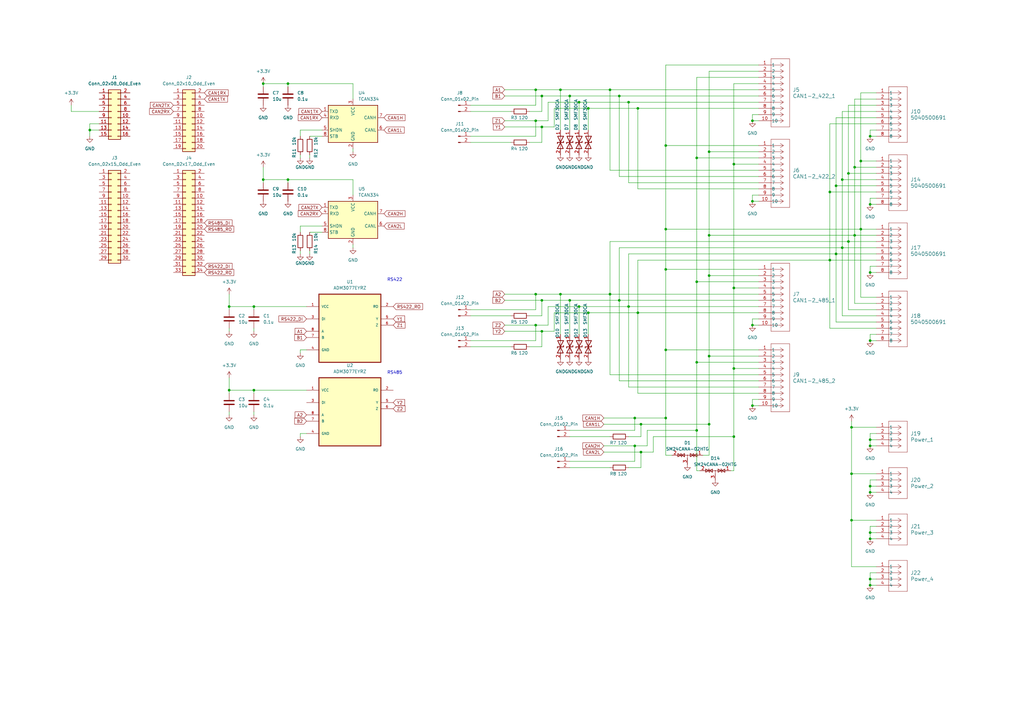
<source format=kicad_sch>
(kicad_sch (version 20230121) (generator eeschema)
  (paper "A3")
  (lib_symbols
    (symbol "Connector:Conn_01x02_Pin" (pin_names (offset 1.016) hide)
      (property "Reference" "J" (at 0 2.54 0))
      (property "Value" "Conn_01x02_Pin" (at 0 -5.08 0))
      (symbol "Conn_01x02_Pin_1_1"
        (pin passive line (at 5.08 0 180) (length 3.81) (name "Pin_1") (number "1"))
        (pin passive line (at 5.08 -2.54 180) (length 3.81) (name "Pin_2") (number "2"))
      )
    )
    (symbol "Connector_Generic:Conn_02x08_Odd_Even" (pin_names (offset 1.016) hide)
      (property "Reference" "J" (at 1.27 10.16 0))
      (property "Value" "Conn_02x08_Odd_Even" (at 1.27 -12.7 0))
      (symbol "Conn_02x08_Odd_Even_1_1"
        (pin passive line (at -5.08 7.62 0) (length 3.81) (name "Pin_1") (number "1"))
        (pin passive line (at 7.62 -2.54 180) (length 3.81) (name "Pin_10") (number "10"))
        (pin passive line (at -5.08 -5.08 0) (length 3.81) (name "Pin_11") (number "11"))
        (pin passive line (at 7.62 -5.08 180) (length 3.81) (name "Pin_12") (number "12"))
        (pin passive line (at -5.08 -7.62 0) (length 3.81) (name "Pin_13") (number "13"))
        (pin passive line (at 7.62 -7.62 180) (length 3.81) (name "Pin_14") (number "14"))
        (pin passive line (at -5.08 -10.16 0) (length 3.81) (name "Pin_15") (number "15"))
        (pin passive line (at 7.62 -10.16 180) (length 3.81) (name "Pin_16") (number "16"))
        (pin passive line (at 7.62 7.62 180) (length 3.81) (name "Pin_2") (number "2"))
        (pin passive line (at -5.08 5.08 0) (length 3.81) (name "Pin_3") (number "3"))
        (pin passive line (at 7.62 5.08 180) (length 3.81) (name "Pin_4") (number "4"))
        (pin passive line (at -5.08 2.54 0) (length 3.81) (name "Pin_5") (number "5"))
        (pin passive line (at 7.62 2.54 180) (length 3.81) (name "Pin_6") (number "6"))
        (pin passive line (at -5.08 0 0) (length 3.81) (name "Pin_7") (number "7"))
        (pin passive line (at 7.62 0 180) (length 3.81) (name "Pin_8") (number "8"))
        (pin passive line (at -5.08 -2.54 0) (length 3.81) (name "Pin_9") (number "9"))
      )
    )
    (symbol "Connector_Generic:Conn_02x10_Odd_Even" (pin_names (offset 1.016) hide)
      (property "Reference" "J" (at 1.27 12.7 0))
      (property "Value" "Conn_02x10_Odd_Even" (at 1.27 -15.24 0))
      (symbol "Conn_02x10_Odd_Even_1_1"
        (pin passive line (at -5.08 10.16 0) (length 3.81) (name "Pin_1") (number "1"))
        (pin passive line (at 7.62 0 180) (length 3.81) (name "Pin_10") (number "10"))
        (pin passive line (at -5.08 -2.54 0) (length 3.81) (name "Pin_11") (number "11"))
        (pin passive line (at 7.62 -2.54 180) (length 3.81) (name "Pin_12") (number "12"))
        (pin passive line (at -5.08 -5.08 0) (length 3.81) (name "Pin_13") (number "13"))
        (pin passive line (at 7.62 -5.08 180) (length 3.81) (name "Pin_14") (number "14"))
        (pin passive line (at -5.08 -7.62 0) (length 3.81) (name "Pin_15") (number "15"))
        (pin passive line (at 7.62 -7.62 180) (length 3.81) (name "Pin_16") (number "16"))
        (pin passive line (at -5.08 -10.16 0) (length 3.81) (name "Pin_17") (number "17"))
        (pin passive line (at 7.62 -10.16 180) (length 3.81) (name "Pin_18") (number "18"))
        (pin passive line (at -5.08 -12.7 0) (length 3.81) (name "Pin_19") (number "19"))
        (pin passive line (at 7.62 10.16 180) (length 3.81) (name "Pin_2") (number "2"))
        (pin passive line (at 7.62 -12.7 180) (length 3.81) (name "Pin_20") (number "20"))
        (pin passive line (at -5.08 7.62 0) (length 3.81) (name "Pin_3") (number "3"))
        (pin passive line (at 7.62 7.62 180) (length 3.81) (name "Pin_4") (number "4"))
        (pin passive line (at -5.08 5.08 0) (length 3.81) (name "Pin_5") (number "5"))
        (pin passive line (at 7.62 5.08 180) (length 3.81) (name "Pin_6") (number "6"))
        (pin passive line (at -5.08 2.54 0) (length 3.81) (name "Pin_7") (number "7"))
        (pin passive line (at 7.62 2.54 180) (length 3.81) (name "Pin_8") (number "8"))
        (pin passive line (at -5.08 0 0) (length 3.81) (name "Pin_9") (number "9"))
      )
    )
    (symbol "Connector_Generic:Conn_02x15_Odd_Even" (pin_names (offset 1.016) hide)
      (property "Reference" "J" (at 1.27 20.32 0))
      (property "Value" "Conn_02x15_Odd_Even" (at 1.27 -20.32 0))
      (symbol "Conn_02x15_Odd_Even_1_1"
        (pin passive line (at -5.08 17.78 0) (length 3.81) (name "Pin_1") (number "1"))
        (pin passive line (at 7.62 7.62 180) (length 3.81) (name "Pin_10") (number "10"))
        (pin passive line (at -5.08 5.08 0) (length 3.81) (name "Pin_11") (number "11"))
        (pin passive line (at 7.62 5.08 180) (length 3.81) (name "Pin_12") (number "12"))
        (pin passive line (at -5.08 2.54 0) (length 3.81) (name "Pin_13") (number "13"))
        (pin passive line (at 7.62 2.54 180) (length 3.81) (name "Pin_14") (number "14"))
        (pin passive line (at -5.08 0 0) (length 3.81) (name "Pin_15") (number "15"))
        (pin passive line (at 7.62 0 180) (length 3.81) (name "Pin_16") (number "16"))
        (pin passive line (at -5.08 -2.54 0) (length 3.81) (name "Pin_17") (number "17"))
        (pin passive line (at 7.62 -2.54 180) (length 3.81) (name "Pin_18") (number "18"))
        (pin passive line (at -5.08 -5.08 0) (length 3.81) (name "Pin_19") (number "19"))
        (pin passive line (at 7.62 17.78 180) (length 3.81) (name "Pin_2") (number "2"))
        (pin passive line (at 7.62 -5.08 180) (length 3.81) (name "Pin_20") (number "20"))
        (pin passive line (at -5.08 -7.62 0) (length 3.81) (name "Pin_21") (number "21"))
        (pin passive line (at 7.62 -7.62 180) (length 3.81) (name "Pin_22") (number "22"))
        (pin passive line (at -5.08 -10.16 0) (length 3.81) (name "Pin_23") (number "23"))
        (pin passive line (at 7.62 -10.16 180) (length 3.81) (name "Pin_24") (number "24"))
        (pin passive line (at -5.08 -12.7 0) (length 3.81) (name "Pin_25") (number "25"))
        (pin passive line (at 7.62 -12.7 180) (length 3.81) (name "Pin_26") (number "26"))
        (pin passive line (at -5.08 -15.24 0) (length 3.81) (name "Pin_27") (number "27"))
        (pin passive line (at 7.62 -15.24 180) (length 3.81) (name "Pin_28") (number "28"))
        (pin passive line (at -5.08 -17.78 0) (length 3.81) (name "Pin_29") (number "29"))
        (pin passive line (at -5.08 15.24 0) (length 3.81) (name "Pin_3") (number "3"))
        (pin passive line (at 7.62 -17.78 180) (length 3.81) (name "Pin_30") (number "30"))
        (pin passive line (at 7.62 15.24 180) (length 3.81) (name "Pin_4") (number "4"))
        (pin passive line (at -5.08 12.7 0) (length 3.81) (name "Pin_5") (number "5"))
        (pin passive line (at 7.62 12.7 180) (length 3.81) (name "Pin_6") (number "6"))
        (pin passive line (at -5.08 10.16 0) (length 3.81) (name "Pin_7") (number "7"))
        (pin passive line (at 7.62 10.16 180) (length 3.81) (name "Pin_8") (number "8"))
        (pin passive line (at -5.08 7.62 0) (length 3.81) (name "Pin_9") (number "9"))
      )
    )
    (symbol "Connector_Generic:Conn_02x17_Odd_Even" (pin_names (offset 1.016) hide)
      (property "Reference" "J" (at 1.27 22.86 0))
      (property "Value" "Conn_02x17_Odd_Even" (at 1.27 -22.86 0))
      (symbol "Conn_02x17_Odd_Even_1_1"
        (pin passive line (at -5.08 20.32 0) (length 3.81) (name "Pin_1") (number "1"))
        (pin passive line (at 7.62 10.16 180) (length 3.81) (name "Pin_10") (number "10"))
        (pin passive line (at -5.08 7.62 0) (length 3.81) (name "Pin_11") (number "11"))
        (pin passive line (at 7.62 7.62 180) (length 3.81) (name "Pin_12") (number "12"))
        (pin passive line (at -5.08 5.08 0) (length 3.81) (name "Pin_13") (number "13"))
        (pin passive line (at 7.62 5.08 180) (length 3.81) (name "Pin_14") (number "14"))
        (pin passive line (at -5.08 2.54 0) (length 3.81) (name "Pin_15") (number "15"))
        (pin passive line (at 7.62 2.54 180) (length 3.81) (name "Pin_16") (number "16"))
        (pin passive line (at -5.08 0 0) (length 3.81) (name "Pin_17") (number "17"))
        (pin passive line (at 7.62 0 180) (length 3.81) (name "Pin_18") (number "18"))
        (pin passive line (at -5.08 -2.54 0) (length 3.81) (name "Pin_19") (number "19"))
        (pin passive line (at 7.62 20.32 180) (length 3.81) (name "Pin_2") (number "2"))
        (pin passive line (at 7.62 -2.54 180) (length 3.81) (name "Pin_20") (number "20"))
        (pin passive line (at -5.08 -5.08 0) (length 3.81) (name "Pin_21") (number "21"))
        (pin passive line (at 7.62 -5.08 180) (length 3.81) (name "Pin_22") (number "22"))
        (pin passive line (at -5.08 -7.62 0) (length 3.81) (name "Pin_23") (number "23"))
        (pin passive line (at 7.62 -7.62 180) (length 3.81) (name "Pin_24") (number "24"))
        (pin passive line (at -5.08 -10.16 0) (length 3.81) (name "Pin_25") (number "25"))
        (pin passive line (at 7.62 -10.16 180) (length 3.81) (name "Pin_26") (number "26"))
        (pin passive line (at -5.08 -12.7 0) (length 3.81) (name "Pin_27") (number "27"))
        (pin passive line (at 7.62 -12.7 180) (length 3.81) (name "Pin_28") (number "28"))
        (pin passive line (at -5.08 -15.24 0) (length 3.81) (name "Pin_29") (number "29"))
        (pin passive line (at -5.08 17.78 0) (length 3.81) (name "Pin_3") (number "3"))
        (pin passive line (at 7.62 -15.24 180) (length 3.81) (name "Pin_30") (number "30"))
        (pin passive line (at -5.08 -17.78 0) (length 3.81) (name "Pin_31") (number "31"))
        (pin passive line (at 7.62 -17.78 180) (length 3.81) (name "Pin_32") (number "32"))
        (pin passive line (at -5.08 -20.32 0) (length 3.81) (name "Pin_33") (number "33"))
        (pin passive line (at 7.62 -20.32 180) (length 3.81) (name "Pin_34") (number "34"))
        (pin passive line (at 7.62 17.78 180) (length 3.81) (name "Pin_4") (number "4"))
        (pin passive line (at -5.08 15.24 0) (length 3.81) (name "Pin_5") (number "5"))
        (pin passive line (at 7.62 15.24 180) (length 3.81) (name "Pin_6") (number "6"))
        (pin passive line (at -5.08 12.7 0) (length 3.81) (name "Pin_7") (number "7"))
        (pin passive line (at 7.62 12.7 180) (length 3.81) (name "Pin_8") (number "8"))
        (pin passive line (at -5.08 10.16 0) (length 3.81) (name "Pin_9") (number "9"))
      )
    )
    (symbol "Device:C" (pin_numbers hide) (pin_names (offset 0.254))
      (property "Reference" "C" (at 0.635 2.54 0))
      (property "Value" "C" (at 0.635 -2.54 0))
      (symbol "C_1_1"
        (pin passive line (at 0 3.81 270) (length 2.794) (name "~") (number "1"))
        (pin passive line (at 0 -3.81 90) (length 2.794) (name "~") (number "2"))
      )
    )
    (symbol "Device:R" (pin_numbers hide) (pin_names (offset 0))
      (property "Reference" "R" (at 2.032 0 90))
      (property "Value" "R" (at 0 0 90))
      (symbol "R_1_1"
        (pin passive line (at 0 3.81 270) (length 1.27) (name "~") (number "1"))
        (pin passive line (at 0 -3.81 90) (length 1.27) (name "~") (number "2"))
      )
    )
    (symbol "Interface_CAN_LIN:TCAN334"
      (property "Reference" "U" (at -10.16 8.89 0))
      (property "Value" "TCAN334" (at 2.54 8.89 0))
      (symbol "TCAN334_1_1"
        (pin input line (at -12.7 5.08 0) (length 2.54) (name "TXD") (number "1"))
        (pin power_in line (at 0 -10.16 90) (length 2.54) (name "GND") (number "2"))
        (pin power_in line (at 0 10.16 270) (length 2.54) (name "VCC") (number "3"))
        (pin tri_state line (at -12.7 2.54 0) (length 2.54) (name "RXD") (number "4"))
        (pin input line (at -12.7 -2.54 0) (length 2.54) (name "SHDN") (number "5"))
        (pin bidirectional line (at 12.7 -2.54 180) (length 2.54) (name "CANL") (number "6"))
        (pin bidirectional line (at 12.7 2.54 180) (length 2.54) (name "CANH") (number "7"))
        (pin input line (at -12.7 -5.08 0) (length 2.54) (name "STB") (number "8"))
      )
    )
    (symbol "MolexPicoLock:5040500291" (pin_names (offset 0.254))
      (property "Reference" "J" (at 8.89 6.35 0))
      (property "Value" "5040500291" (at 0 0 0))
      (symbol "5040500291_1_1"
        (pin unspecified line (at 0 0 0) (length 5.08) (name "1") (number "1"))
        (pin unspecified line (at 0 -2.54 0) (length 5.08) (name "2") (number "2"))
        (pin unspecified line (at 0 -5.08 0) (length 5.08) (name "3") (number "3"))
        (pin unspecified line (at 0 -7.62 0) (length 5.08) (name "4") (number "4"))
      )
      (symbol "5040500291_1_2"
        (pin unspecified line (at 0 0 0) (length 5.08) (name "1") (number "1"))
        (pin unspecified line (at 0 -2.54 0) (length 5.08) (name "2") (number "2"))
        (pin unspecified line (at 0 -5.08 0) (length 5.08) (name "3") (number "3"))
        (pin unspecified line (at 0 -7.62 0) (length 5.08) (name "4") (number "4"))
      )
    )
    (symbol "MolexPicoLock:5040500691" (pin_names (offset 0.254))
      (property "Reference" "J" (at 8.89 6.35 0))
      (property "Value" "5040500691" (at 0 0 0))
      (symbol "5040500691_1_1"
        (pin unspecified line (at 0 0 0) (length 5.08) (name "1") (number "1"))
        (pin unspecified line (at 0 -2.54 0) (length 5.08) (name "2") (number "2"))
        (pin unspecified line (at 0 -5.08 0) (length 5.08) (name "3") (number "3"))
        (pin unspecified line (at 0 -7.62 0) (length 5.08) (name "4") (number "4"))
        (pin unspecified line (at 0 -10.16 0) (length 5.08) (name "5") (number "5"))
        (pin unspecified line (at 0 -12.7 0) (length 5.08) (name "6") (number "6"))
        (pin unspecified line (at 0 -15.24 0) (length 5.08) (name "7") (number "7"))
        (pin unspecified line (at 0 -17.78 0) (length 5.08) (name "8") (number "8"))
      )
      (symbol "5040500691_1_2"
        (pin unspecified line (at 0 0 0) (length 5.08) (name "1") (number "1"))
        (pin unspecified line (at 0 -2.54 0) (length 5.08) (name "2") (number "2"))
        (pin unspecified line (at 0 -5.08 0) (length 5.08) (name "3") (number "3"))
        (pin unspecified line (at 0 -7.62 0) (length 5.08) (name "4") (number "4"))
        (pin unspecified line (at 0 -10.16 0) (length 5.08) (name "5") (number "5"))
        (pin unspecified line (at 0 -12.7 0) (length 5.08) (name "6") (number "6"))
        (pin unspecified line (at 0 -15.24 0) (length 5.08) (name "7") (number "7"))
        (pin unspecified line (at 0 -17.78 0) (length 5.08) (name "8") (number "8"))
      )
    )
    (symbol "MolexPicoLock:5040500891" (pin_names (offset 0.254))
      (property "Reference" "J" (at 8.89 6.35 0))
      (property "Value" "5040500891" (at 0 0 0))
      (symbol "5040500891_1_1"
        (pin unspecified line (at 0 0 0) (length 5.08) (name "1") (number "1"))
        (pin unspecified line (at 0 -22.86 0) (length 5.08) (name "10") (number "10"))
        (pin unspecified line (at 0 -2.54 0) (length 5.08) (name "2") (number "2"))
        (pin unspecified line (at 0 -5.08 0) (length 5.08) (name "3") (number "3"))
        (pin unspecified line (at 0 -7.62 0) (length 5.08) (name "4") (number "4"))
        (pin unspecified line (at 0 -10.16 0) (length 5.08) (name "5") (number "5"))
        (pin unspecified line (at 0 -12.7 0) (length 5.08) (name "6") (number "6"))
        (pin unspecified line (at 0 -15.24 0) (length 5.08) (name "7") (number "7"))
        (pin unspecified line (at 0 -17.78 0) (length 5.08) (name "8") (number "8"))
        (pin unspecified line (at 0 -20.32 0) (length 5.08) (name "9") (number "9"))
      )
      (symbol "5040500891_1_2"
        (pin unspecified line (at 0 0 0) (length 5.08) (name "1") (number "1"))
        (pin unspecified line (at 0 -22.86 0) (length 5.08) (name "10") (number "10"))
        (pin unspecified line (at 0 -2.54 0) (length 5.08) (name "2") (number "2"))
        (pin unspecified line (at 0 -5.08 0) (length 5.08) (name "3") (number "3"))
        (pin unspecified line (at 0 -7.62 0) (length 5.08) (name "4") (number "4"))
        (pin unspecified line (at 0 -10.16 0) (length 5.08) (name "5") (number "5"))
        (pin unspecified line (at 0 -12.7 0) (length 5.08) (name "6") (number "6"))
        (pin unspecified line (at 0 -15.24 0) (length 5.08) (name "7") (number "7"))
        (pin unspecified line (at 0 -17.78 0) (length 5.08) (name "8") (number "8"))
        (pin unspecified line (at 0 -20.32 0) (length 5.08) (name "9") (number "9"))
      )
    )
    (symbol "RS422_RS485:ADM3077EYRZ" (pin_names (offset 1.016))
      (property "Reference" "U" (at -4.7821 12.1842 0))
      (property "Value" "ADM3077EYRZ" (at -5.9852 -21.0628 0))
      (symbol "ADM3077EYRZ_0_0"
        (pin power_in line (at -17.78 5.08 0) (length 5.08) (name "VCC") (number "1"))
        (pin output line (at 17.78 5.08 180) (length 5.08) (name "RO") (number "2"))
        (pin input line (at -17.78 0 0) (length 5.08) (name "DI") (number "3"))
        (pin passive line (at -17.78 -12.7 0) (length 5.08) (name "GND") (number "4"))
        (pin output line (at 17.78 0 180) (length 5.08) (name "Y") (number "5"))
        (pin output line (at 17.78 -2.54 180) (length 5.08) (name "Z") (number "6"))
        (pin input line (at -17.78 -7.62 0) (length 5.08) (name "B") (number "7"))
        (pin input line (at -17.78 -5.08 0) (length 5.08) (name "A") (number "8"))
      )
    )
    (symbol "TVSdiode:SM24CANA-02HTG"
      (property "Reference" "D" (at 0 0 0))
      (property "Value" "SM24CANA-02HTG" (at 0 -2.286 0))
      (symbol "SM24CANA-02HTG_1_1"
        (pin unspecified line (at 6.35 -6.35 180) (length 2.54) (name "") (number "1"))
        (pin unspecified line (at -6.35 -6.35 0) (length 2.54) (name "") (number "2"))
        (pin unspecified line (at 0 -10.16 90) (length 2.54) (name "") (number "3"))
      )
    )
    (symbol "TVSdiode:SMF30CA"
      (property "Reference" "D" (at 0 0 0))
      (property "Value" "SMF30CA" (at 0 -2.54 0))
      (symbol "SMF30CA_1_1"
        (pin unspecified line (at 5.08 -6.35 180) (length 2.54) (name "") (number "1"))
        (pin unspecified line (at -5.08 -6.35 0) (length 2.54) (name "") (number "2"))
      )
    )
    (symbol "power:+3.3V" (power) (pin_names (offset 0))
      (property "Value" "+3.3V" (at 0 3.556 0))
      (symbol "+3.3V_1_1"
        (pin power_in line (at 0 0 90) (length 0) hide (name "+3.3V") (number "1"))
      )
    )
    (symbol "power:GND" (power) (pin_names (offset 0))
      (property "Value" "GND" (at 0 -3.81 0))
      (symbol "GND_1_1"
        (pin power_in line (at 0 0 270) (length 0) hide (name "GND") (number "1"))
      )
    )
  )
  (junction (at 222.25 39.37))
  (junction (at 353.06 66.04))
  (junction (at 300.99 179.07))
  (junction (at 342.9 104.14))
  (junction (at 229.87 120.65))
  (junction (at 285.75 176.53))
  (junction (at 233.68 123.19))
  (junction (at 260.35 171.45))
  (junction (at 233.68 39.37))
  (junction (at 300.99 151.13))
  (junction (at 290.83 113.03))
  (junction (at 222.25 123.19))
  (junction (at 261.62 44.45))
  (junction (at 345.44 73.66))
  (junction (at 347.98 71.12))
  (junction (at 356.87 182.88))
  (junction (at 356.87 199.39))
  (junction (at 262.89 173.99))
  (junction (at 118.11 73.66))
  (junction (at 356.87 111.76))
  (junction (at 93.98 160.02))
  (junction (at 273.05 59.69))
  (junction (at 340.36 78.74))
  (junction (at 219.71 36.83))
  (junction (at 350.52 96.52))
  (junction (at 356.87 237.49))
  (junction (at 285.75 64.77))
  (junction (at 349.25 213.36))
  (junction (at 237.49 125.73))
  (junction (at 104.14 125.73))
  (junction (at 222.25 135.89))
  (junction (at 290.83 62.23))
  (junction (at 254 123.19))
  (junction (at 308.61 82.55))
  (junction (at 356.87 55.88))
  (junction (at 347.98 99.06))
  (junction (at 273.05 93.98))
  (junction (at 219.71 120.65))
  (junction (at 107.95 73.66))
  (junction (at 353.06 93.98))
  (junction (at 118.11 34.29))
  (junction (at 222.25 52.07))
  (junction (at 356.87 180.34))
  (junction (at 250.19 36.83))
  (junction (at 241.3 128.27))
  (junction (at 345.44 101.6))
  (junction (at 308.61 49.53))
  (junction (at 356.87 201.93))
  (junction (at 308.61 166.37))
  (junction (at 36.83 53.34))
  (junction (at 262.89 185.42))
  (junction (at 290.83 146.05))
  (junction (at 285.75 148.59))
  (junction (at 273.05 110.49))
  (junction (at 356.87 83.82))
  (junction (at 290.83 96.52))
  (junction (at 356.87 220.98))
  (junction (at 219.71 133.35))
  (junction (at 250.19 120.65))
  (junction (at 273.05 143.51))
  (junction (at 219.71 49.53))
  (junction (at 308.61 133.35))
  (junction (at 356.87 240.03))
  (junction (at 349.25 194.31))
  (junction (at 241.3 44.45))
  (junction (at 342.9 76.2))
  (junction (at 300.99 67.31))
  (junction (at 340.36 106.68))
  (junction (at 257.81 125.73))
  (junction (at 107.95 34.29))
  (junction (at 104.14 160.02))
  (junction (at 356.87 218.44))
  (junction (at 300.99 118.11))
  (junction (at 356.87 139.7))
  (junction (at 273.05 171.45))
  (junction (at 261.62 128.27))
  (junction (at 254 39.37))
  (junction (at 290.83 173.99))
  (junction (at 285.75 115.57))
  (junction (at 93.98 125.73))
  (junction (at 350.52 68.58))
  (junction (at 257.81 41.91))
  (junction (at 260.35 182.88))
  (junction (at 229.87 36.83))
  (junction (at 237.49 41.91))
  (junction (at 349.25 175.26))
  (wire (pts (xy 257.81 41.91) (xy 257.81 74.93)))
  (wire (pts (xy 193.04 55.88) (xy 219.71 55.88)))
  (wire (pts (xy 254 123.19) (xy 254 156.21)))
  (wire (pts (xy 233.68 179.07) (xy 250.19 179.07)))
  (wire (pts (xy 207.01 133.35) (xy 219.71 133.35)))
  (wire (pts (xy 29.21 45.72) (xy 29.21 43.18)))
  (wire (pts (xy 207.01 123.19) (xy 222.25 123.19)))
  (wire (pts (xy 250.19 36.83) (xy 250.19 69.85)))
  (wire (pts (xy 233.68 123.19) (xy 233.68 137.16)))
  (wire (pts (xy 254 39.37) (xy 254 72.39)))
  (wire (pts (xy 250.19 99.06) (xy 250.19 120.65)))
  (wire (pts (xy 311.15 118.11) (xy 300.99 118.11)))
  (wire (pts (xy 123.19 92.71) (xy 132.08 92.71)))
  (wire (pts (xy 233.68 176.53) (xy 260.35 176.53)))
  (wire (pts (xy 359.41 73.66) (xy 345.44 73.66)))
  (wire (pts (xy 353.06 121.92) (xy 353.06 93.98)))
  (wire (pts (xy 127 104.14) (xy 127 102.87)))
  (wire (pts (xy 311.15 26.67) (xy 273.05 26.67)))
  (wire (pts (xy 222.25 52.07) (xy 227.33 52.07)))
  (wire (pts (xy 300.99 151.13) (xy 300.99 179.07)))
  (wire (pts (xy 144.78 101.6) (xy 144.78 100.33)))
  (wire (pts (xy 118.11 73.66) (xy 144.78 73.66)))
  (wire (pts (xy 311.15 80.01) (xy 308.61 80.01)))
  (wire (pts (xy 267.97 179.07) (xy 300.99 179.07)))
  (wire (pts (xy 262.89 185.42) (xy 262.89 191.77)))
  (wire (pts (xy 233.68 189.23) (xy 260.35 189.23)))
  (wire (pts (xy 349.25 213.36) (xy 349.25 194.31)))
  (wire (pts (xy 261.62 44.45) (xy 261.62 77.47)))
  (wire (pts (xy 107.95 73.66) (xy 107.95 68.58)))
  (wire (pts (xy 193.04 129.54) (xy 209.55 129.54)))
  (wire (pts (xy 241.3 44.45) (xy 261.62 44.45)))
  (wire (pts (xy 233.68 191.77) (xy 250.19 191.77)))
  (wire (pts (xy 107.95 35.56) (xy 107.95 34.29)))
  (wire (pts (xy 356.87 55.88) (xy 359.41 55.88)))
  (wire (pts (xy 254 101.6) (xy 345.44 101.6)))
  (wire (pts (xy 285.75 193.04) (xy 285.75 176.53)))
  (wire (pts (xy 104.14 135.89) (xy 104.14 134.62)))
  (wire (pts (xy 193.04 58.42) (xy 209.55 58.42)))
  (wire (pts (xy 359.41 194.31) (xy 349.25 194.31)))
  (wire (pts (xy 359.41 215.9) (xy 356.87 215.9)))
  (wire (pts (xy 356.87 234.95) (xy 356.87 237.49)))
  (wire (pts (xy 359.41 134.62) (xy 340.36 134.62)))
  (wire (pts (xy 118.11 34.29) (xy 118.11 35.56)))
  (wire (pts (xy 123.19 104.14) (xy 123.19 102.87)))
  (wire (pts (xy 261.62 161.29) (xy 311.15 161.29)))
  (wire (pts (xy 345.44 45.72) (xy 345.44 73.66)))
  (wire (pts (xy 340.36 134.62) (xy 340.36 106.68)))
  (wire (pts (xy 93.98 160.02) (xy 104.14 160.02)))
  (wire (pts (xy 340.36 50.8) (xy 340.36 78.74)))
  (wire (pts (xy 359.41 48.26) (xy 342.9 48.26)))
  (wire (pts (xy 347.98 127) (xy 347.98 99.06)))
  (wire (pts (xy 247.65 173.99) (xy 262.89 173.99)))
  (wire (pts (xy 311.15 64.77) (xy 285.75 64.77)))
  (wire (pts (xy 287.02 193.04) (xy 285.75 193.04)))
  (wire (pts (xy 350.52 96.52) (xy 350.52 124.46)))
  (wire (pts (xy 217.17 142.24) (xy 222.25 142.24)))
  (wire (pts (xy 273.05 26.67) (xy 273.05 59.69)))
  (wire (pts (xy 222.25 123.19) (xy 233.68 123.19)))
  (wire (pts (xy 217.17 45.72) (xy 222.25 45.72)))
  (wire (pts (xy 342.9 76.2) (xy 342.9 104.14)))
  (wire (pts (xy 311.15 130.81) (xy 308.61 130.81)))
  (wire (pts (xy 127 64.77) (xy 127 63.5)))
  (wire (pts (xy 257.81 158.75) (xy 311.15 158.75)))
  (wire (pts (xy 311.15 148.59) (xy 285.75 148.59)))
  (wire (pts (xy 356.87 240.03) (xy 359.41 240.03)))
  (wire (pts (xy 353.06 93.98) (xy 359.41 93.98)))
  (wire (pts (xy 193.04 127) (xy 219.71 127)))
  (wire (pts (xy 222.25 142.24) (xy 222.25 135.89)))
  (wire (pts (xy 40.64 50.8) (xy 36.83 50.8)))
  (wire (pts (xy 353.06 38.1) (xy 359.41 38.1)))
  (wire (pts (xy 207.01 36.83) (xy 219.71 36.83)))
  (wire (pts (xy 311.15 113.03) (xy 290.83 113.03)))
  (wire (pts (xy 356.87 137.16) (xy 356.87 139.7)))
  (wire (pts (xy 193.04 45.72) (xy 209.55 45.72)))
  (wire (pts (xy 350.52 40.64) (xy 350.52 68.58)))
  (wire (pts (xy 359.41 137.16) (xy 356.87 137.16)))
  (wire (pts (xy 342.9 132.08) (xy 342.9 104.14)))
  (wire (pts (xy 123.19 95.25) (xy 123.19 92.71)))
  (wire (pts (xy 290.83 62.23) (xy 290.83 96.52)))
  (wire (pts (xy 308.61 49.53) (xy 311.15 49.53)))
  (wire (pts (xy 219.71 55.88) (xy 219.71 49.53)))
  (wire (pts (xy 265.43 176.53) (xy 265.43 182.88)))
  (wire (pts (xy 257.81 74.93) (xy 311.15 74.93)))
  (wire (pts (xy 311.15 146.05) (xy 290.83 146.05)))
  (wire (pts (xy 311.15 39.37) (xy 254 39.37)))
  (wire (pts (xy 359.41 199.39) (xy 356.87 199.39)))
  (wire (pts (xy 107.95 74.93) (xy 107.95 73.66)))
  (wire (pts (xy 257.81 179.07) (xy 262.89 179.07)))
  (wire (pts (xy 123.19 179.07) (xy 123.19 177.8)))
  (wire (pts (xy 207.01 49.53) (xy 219.71 49.53)))
  (wire (pts (xy 285.75 31.75) (xy 285.75 64.77)))
  (wire (pts (xy 123.19 64.77) (xy 123.19 63.5)))
  (wire (pts (xy 311.15 31.75) (xy 285.75 31.75)))
  (wire (pts (xy 260.35 182.88) (xy 265.43 182.88)))
  (wire (pts (xy 241.3 128.27) (xy 227.33 128.27)))
  (wire (pts (xy 350.52 96.52) (xy 359.41 96.52)))
  (wire (pts (xy 40.64 53.34) (xy 36.83 53.34)))
  (wire (pts (xy 347.98 99.06) (xy 359.41 99.06)))
  (wire (pts (xy 311.15 125.73) (xy 257.81 125.73)))
  (wire (pts (xy 359.41 109.22) (xy 356.87 109.22)))
  (wire (pts (xy 222.25 58.42) (xy 222.25 52.07)))
  (wire (pts (xy 273.05 93.98) (xy 353.06 93.98)))
  (wire (pts (xy 262.89 179.07) (xy 262.89 173.99)))
  (wire (pts (xy 359.41 196.85) (xy 356.87 196.85)))
  (wire (pts (xy 250.19 120.65) (xy 311.15 120.65)))
  (wire (pts (xy 229.87 36.83) (xy 250.19 36.83)))
  (wire (pts (xy 311.15 67.31) (xy 300.99 67.31)))
  (wire (pts (xy 356.87 180.34) (xy 356.87 182.88)))
  (wire (pts (xy 308.61 163.83) (xy 308.61 166.37)))
  (wire (pts (xy 254 72.39) (xy 311.15 72.39)))
  (wire (pts (xy 250.19 120.65) (xy 250.19 153.67)))
  (wire (pts (xy 104.14 160.02) (xy 125.73 160.02)))
  (wire (pts (xy 290.83 113.03) (xy 290.83 146.05)))
  (wire (pts (xy 222.25 135.89) (xy 227.33 135.89)))
  (wire (pts (xy 127 95.25) (xy 132.08 95.25)))
  (wire (pts (xy 356.87 139.7) (xy 359.41 139.7)))
  (wire (pts (xy 356.87 196.85) (xy 356.87 199.39)))
  (wire (pts (xy 359.41 50.8) (xy 340.36 50.8)))
  (wire (pts (xy 260.35 176.53) (xy 260.35 171.45)))
  (wire (pts (xy 104.14 160.02) (xy 104.14 161.29)))
  (wire (pts (xy 241.3 128.27) (xy 261.62 128.27)))
  (wire (pts (xy 273.05 143.51) (xy 273.05 171.45)))
  (wire (pts (xy 349.25 172.72) (xy 349.25 175.26)))
  (wire (pts (xy 359.41 68.58) (xy 350.52 68.58)))
  (wire (pts (xy 219.71 120.65) (xy 229.87 120.65)))
  (wire (pts (xy 257.81 125.73) (xy 257.81 158.75)))
  (wire (pts (xy 207.01 135.89) (xy 222.25 135.89)))
  (wire (pts (xy 250.19 99.06) (xy 347.98 99.06)))
  (wire (pts (xy 340.36 106.68) (xy 359.41 106.68)))
  (wire (pts (xy 247.65 182.88) (xy 260.35 182.88)))
  (wire (pts (xy 356.87 83.82) (xy 359.41 83.82)))
  (wire (pts (xy 311.15 29.21) (xy 290.83 29.21)))
  (wire (pts (xy 40.64 45.72) (xy 29.21 45.72)))
  (wire (pts (xy 308.61 133.35) (xy 311.15 133.35)))
  (wire (pts (xy 118.11 34.29) (xy 144.78 34.29)))
  (wire (pts (xy 345.44 73.66) (xy 345.44 101.6)))
  (wire (pts (xy 247.65 185.42) (xy 262.89 185.42)))
  (wire (pts (xy 300.99 34.29) (xy 300.99 67.31)))
  (wire (pts (xy 229.87 120.65) (xy 250.19 120.65)))
  (wire (pts (xy 285.75 148.59) (xy 285.75 176.53)))
  (wire (pts (xy 227.33 44.45) (xy 227.33 52.07)))
  (wire (pts (xy 219.71 49.53) (xy 224.79 49.53)))
  (wire (pts (xy 311.15 115.57) (xy 285.75 115.57)))
  (wire (pts (xy 349.25 175.26) (xy 349.25 194.31)))
  (wire (pts (xy 359.41 71.12) (xy 347.98 71.12)))
  (wire (pts (xy 260.35 171.45) (xy 273.05 171.45)))
  (wire (pts (xy 353.06 93.98) (xy 353.06 66.04)))
  (wire (pts (xy 219.71 43.18) (xy 219.71 36.83)))
  (wire (pts (xy 311.15 163.83) (xy 308.61 163.83)))
  (wire (pts (xy 250.19 153.67) (xy 311.15 153.67)))
  (wire (pts (xy 308.61 46.99) (xy 308.61 49.53)))
  (wire (pts (xy 290.83 29.21) (xy 290.83 62.23)))
  (wire (pts (xy 224.79 125.73) (xy 224.79 133.35)))
  (wire (pts (xy 300.99 67.31) (xy 300.99 118.11)))
  (wire (pts (xy 193.04 142.24) (xy 209.55 142.24)))
  (wire (pts (xy 123.19 144.78) (xy 123.19 143.51)))
  (wire (pts (xy 356.87 201.93) (xy 359.41 201.93)))
  (wire (pts (xy 93.98 125.73) (xy 104.14 125.73)))
  (wire (pts (xy 262.89 185.42) (xy 267.97 185.42)))
  (wire (pts (xy 308.61 82.55) (xy 311.15 82.55)))
  (wire (pts (xy 359.41 45.72) (xy 345.44 45.72)))
  (wire (pts (xy 300.99 118.11) (xy 300.99 151.13)))
  (wire (pts (xy 359.41 232.41) (xy 349.25 232.41)))
  (wire (pts (xy 359.41 237.49) (xy 356.87 237.49)))
  (wire (pts (xy 219.71 139.7) (xy 219.71 133.35)))
  (wire (pts (xy 308.61 80.01) (xy 308.61 82.55)))
  (wire (pts (xy 290.83 146.05) (xy 290.83 173.99)))
  (wire (pts (xy 273.05 59.69) (xy 273.05 93.98)))
  (wire (pts (xy 356.87 237.49) (xy 356.87 240.03)))
  (wire (pts (xy 237.49 41.91) (xy 257.81 41.91)))
  (wire (pts (xy 288.29 186.69) (xy 290.83 186.69)))
  (wire (pts (xy 93.98 125.73) (xy 93.98 120.65)))
  (wire (pts (xy 353.06 66.04) (xy 359.41 66.04)))
  (wire (pts (xy 345.44 101.6) (xy 359.41 101.6)))
  (wire (pts (xy 36.83 50.8) (xy 36.83 53.34)))
  (wire (pts (xy 237.49 125.73) (xy 224.79 125.73)))
  (wire (pts (xy 107.95 34.29) (xy 118.11 34.29)))
  (wire (pts (xy 247.65 171.45) (xy 260.35 171.45)))
  (wire (pts (xy 261.62 77.47) (xy 311.15 77.47)))
  (wire (pts (xy 285.75 115.57) (xy 285.75 148.59)))
  (wire (pts (xy 222.25 39.37) (xy 233.68 39.37)))
  (wire (pts (xy 118.11 73.66) (xy 118.11 74.93)))
  (wire (pts (xy 123.19 53.34) (xy 132.08 53.34)))
  (wire (pts (xy 356.87 215.9) (xy 356.87 218.44)))
  (wire (pts (xy 311.15 62.23) (xy 290.83 62.23)))
  (wire (pts (xy 93.98 161.29) (xy 93.98 160.02)))
  (wire (pts (xy 123.19 55.88) (xy 123.19 53.34)))
  (wire (pts (xy 233.68 39.37) (xy 254 39.37)))
  (wire (pts (xy 257.81 191.77) (xy 262.89 191.77)))
  (wire (pts (xy 260.35 189.23) (xy 260.35 182.88)))
  (wire (pts (xy 262.89 173.99) (xy 290.83 173.99)))
  (wire (pts (xy 342.9 104.14) (xy 359.41 104.14)))
  (wire (pts (xy 233.68 123.19) (xy 254 123.19)))
  (wire (pts (xy 241.3 44.45) (xy 241.3 53.34)))
  (wire (pts (xy 93.98 127) (xy 93.98 125.73)))
  (wire (pts (xy 311.15 151.13) (xy 300.99 151.13)))
  (wire (pts (xy 300.99 193.04) (xy 300.99 179.07)))
  (wire (pts (xy 217.17 58.42) (xy 222.25 58.42)))
  (wire (pts (xy 359.41 129.54) (xy 345.44 129.54)))
  (wire (pts (xy 273.05 110.49) (xy 311.15 110.49)))
  (wire (pts (xy 261.62 106.68) (xy 261.62 128.27)))
  (wire (pts (xy 359.41 180.34) (xy 356.87 180.34)))
  (wire (pts (xy 217.17 129.54) (xy 222.25 129.54)))
  (wire (pts (xy 254 156.21) (xy 311.15 156.21)))
  (wire (pts (xy 273.05 59.69) (xy 311.15 59.69)))
  (wire (pts (xy 356.87 220.98) (xy 359.41 220.98)))
  (wire (pts (xy 222.25 129.54) (xy 222.25 123.19)))
  (wire (pts (xy 273.05 110.49) (xy 273.05 143.51)))
  (wire (pts (xy 311.15 41.91) (xy 257.81 41.91)))
  (wire (pts (xy 356.87 199.39) (xy 356.87 201.93)))
  (wire (pts (xy 104.14 125.73) (xy 104.14 127)))
  (wire (pts (xy 311.15 34.29) (xy 300.99 34.29)))
  (wire (pts (xy 350.52 68.58) (xy 350.52 96.52)))
  (wire (pts (xy 359.41 127) (xy 347.98 127)))
  (wire (pts (xy 222.25 45.72) (xy 222.25 39.37)))
  (wire (pts (xy 36.83 53.34) (xy 36.83 55.88)))
  (wire (pts (xy 342.9 48.26) (xy 342.9 76.2)))
  (wire (pts (xy 342.9 104.14) (xy 257.81 104.14)))
  (wire (pts (xy 290.83 186.69) (xy 290.83 173.99)))
  (wire (pts (xy 299.72 193.04) (xy 300.99 193.04)))
  (wire (pts (xy 265.43 176.53) (xy 285.75 176.53)))
  (wire (pts (xy 237.49 41.91) (xy 224.79 41.91)))
  (wire (pts (xy 193.04 43.18) (xy 219.71 43.18)))
  (wire (pts (xy 104.14 170.18) (xy 104.14 168.91)))
  (wire (pts (xy 349.25 232.41) (xy 349.25 213.36)))
  (wire (pts (xy 273.05 93.98) (xy 273.05 110.49)))
  (wire (pts (xy 356.87 81.28) (xy 356.87 83.82)))
  (wire (pts (xy 285.75 64.77) (xy 285.75 115.57)))
  (wire (pts (xy 93.98 160.02) (xy 93.98 154.94)))
  (wire (pts (xy 144.78 73.66) (xy 144.78 80.01)))
  (wire (pts (xy 347.98 71.12) (xy 347.98 99.06)))
  (wire (pts (xy 241.3 128.27) (xy 241.3 137.16)))
  (wire (pts (xy 359.41 78.74) (xy 340.36 78.74)))
  (wire (pts (xy 356.87 182.88) (xy 359.41 182.88)))
  (wire (pts (xy 347.98 43.18) (xy 347.98 71.12)))
  (wire (pts (xy 93.98 170.18) (xy 93.98 168.91)))
  (wire (pts (xy 340.36 106.68) (xy 261.62 106.68)))
  (wire (pts (xy 359.41 132.08) (xy 342.9 132.08)))
  (wire (pts (xy 193.04 139.7) (xy 219.71 139.7)))
  (wire (pts (xy 359.41 53.34) (xy 356.87 53.34)))
  (wire (pts (xy 93.98 135.89) (xy 93.98 134.62)))
  (wire (pts (xy 144.78 62.23) (xy 144.78 60.96)))
  (wire (pts (xy 144.78 34.29) (xy 144.78 40.64)))
  (wire (pts (xy 207.01 52.07) (xy 222.25 52.07)))
  (wire (pts (xy 219.71 36.83) (xy 229.87 36.83)))
  (wire (pts (xy 207.01 39.37) (xy 222.25 39.37)))
  (wire (pts (xy 350.52 124.46) (xy 359.41 124.46)))
  (wire (pts (xy 349.25 175.26) (xy 359.41 175.26)))
  (wire (pts (xy 340.36 78.74) (xy 340.36 106.68)))
  (wire (pts (xy 273.05 143.51) (xy 311.15 143.51)))
  (wire (pts (xy 359.41 234.95) (xy 356.87 234.95)))
  (wire (pts (xy 227.33 128.27) (xy 227.33 135.89)))
  (wire (pts (xy 356.87 111.76) (xy 359.41 111.76)))
  (wire (pts (xy 127 55.88) (xy 132.08 55.88)))
  (wire (pts (xy 267.97 179.07) (xy 267.97 185.42)))
  (wire (pts (xy 356.87 53.34) (xy 356.87 55.88)))
  (wire (pts (xy 241.3 44.45) (xy 227.33 44.45)))
  (wire (pts (xy 237.49 41.91) (xy 237.49 53.34)))
  (wire (pts (xy 237.49 125.73) (xy 257.81 125.73)))
  (wire (pts (xy 345.44 129.54) (xy 345.44 101.6)))
  (wire (pts (xy 359.41 218.44) (xy 356.87 218.44)))
  (wire (pts (xy 356.87 109.22) (xy 356.87 111.76)))
  (wire (pts (xy 356.87 177.8) (xy 356.87 180.34)))
  (wire (pts (xy 123.19 143.51) (xy 125.73 143.51)))
  (wire (pts (xy 261.62 128.27) (xy 261.62 161.29)))
  (wire (pts (xy 257.81 104.14) (xy 257.81 125.73)))
  (wire (pts (xy 359.41 43.18) (xy 347.98 43.18)))
  (wire (pts (xy 273.05 171.45) (xy 273.05 186.69)))
  (wire (pts (xy 359.41 76.2) (xy 342.9 76.2)))
  (wire (pts (xy 104.14 125.73) (xy 125.73 125.73)))
  (wire (pts (xy 219.71 127) (xy 219.71 120.65)))
  (wire (pts (xy 356.87 218.44) (xy 356.87 220.98)))
  (wire (pts (xy 290.83 96.52) (xy 350.52 96.52)))
  (wire (pts (xy 233.68 39.37) (xy 233.68 53.34)))
  (wire (pts (xy 359.41 81.28) (xy 356.87 81.28)))
  (wire (pts (xy 359.41 40.64) (xy 350.52 40.64)))
  (wire (pts (xy 308.61 166.37) (xy 311.15 166.37)))
  (wire (pts (xy 311.15 123.19) (xy 254 123.19)))
  (wire (pts (xy 123.19 177.8) (xy 125.73 177.8)))
  (wire (pts (xy 229.87 36.83) (xy 229.87 53.34)))
  (wire (pts (xy 311.15 128.27) (xy 261.62 128.27)))
  (wire (pts (xy 207.01 120.65) (xy 219.71 120.65)))
  (wire (pts (xy 353.06 66.04) (xy 353.06 38.1)))
  (wire (pts (xy 359.41 213.36) (xy 349.25 213.36)))
  (wire (pts (xy 250.19 36.83) (xy 311.15 36.83)))
  (wire (pts (xy 359.41 177.8) (xy 356.87 177.8)))
  (wire (pts (xy 250.19 69.85) (xy 311.15 69.85)))
  (wire (pts (xy 359.41 121.92) (xy 353.06 121.92)))
  (wire (pts (xy 273.05 186.69) (xy 275.59 186.69)))
  (wire (pts (xy 254 101.6) (xy 254 123.19)))
  (wire (pts (xy 308.61 130.81) (xy 308.61 133.35)))
  (wire (pts (xy 311.15 46.99) (xy 308.61 46.99)))
  (wire (pts (xy 237.49 125.73) (xy 237.49 137.16)))
  (wire (pts (xy 290.83 96.52) (xy 290.83 113.03)))
  (wire (pts (xy 219.71 133.35) (xy 224.79 133.35)))
  (wire (pts (xy 311.15 44.45) (xy 261.62 44.45)))
  (wire (pts (xy 229.87 120.65) (xy 229.87 137.16)))
  (wire (pts (xy 224.79 41.91) (xy 224.79 49.53)))
  (wire (pts (xy 107.95 73.66) (xy 118.11 73.66)))
  (text "RS485" (at 158.75 153.67 0) (effects (font (size 1.27 1.27)) (justify left bottom)))
  (text "RS422\n" (at 158.75 115.57 0) (effects (font (size 1.27 1.27)) (justify left bottom)))
  (global_label "CAN2TX" (shape input) (at 132.08 85.09 180) (property "Intersheetrefs" "${INTERSHEET_REFS}" (effects hide)))
  (global_label "Y1" (shape input) (at 207.01 52.07 180) (property "Intersheetrefs" "${INTERSHEET_REFS}" (effects hide)))
  (global_label "CAN2L" (shape input) (at 247.65 185.42 180) (property "Intersheetrefs" "${INTERSHEET_REFS}" (effects hide)))
  (global_label "Y2" (shape input) (at 161.29 165.1 0) (property "Intersheetrefs" "${INTERSHEET_REFS}" (effects hide)))
  (global_label "B2" (shape input) (at 207.01 123.19 180) (property "Intersheetrefs" "${INTERSHEET_REFS}" (effects hide)))
  (global_label "A2" (shape input) (at 207.01 120.65 180) (property "Intersheetrefs" "${INTERSHEET_REFS}" (effects hide)))
  (global_label "RS422_RO" (shape input) (at 83.82 111.76 0) (property "Intersheetrefs" "${INTERSHEET_REFS}" (effects hide)))
  (global_label "B2" (shape input) (at 125.73 172.72 180) (property "Intersheetrefs" "${INTERSHEET_REFS}" (effects hide)))
  (global_label "CAN1H" (shape input) (at 157.48 48.26 0) (property "Intersheetrefs" "${INTERSHEET_REFS}" (effects hide)))
  (global_label "Z2" (shape input) (at 161.29 167.64 0) (property "Intersheetrefs" "${INTERSHEET_REFS}" (effects hide)))
  (global_label "CAN2H" (shape input) (at 247.65 182.88 180) (property "Intersheetrefs" "${INTERSHEET_REFS}" (effects hide)))
  (global_label "A1" (shape input) (at 125.73 135.89 180) (property "Intersheetrefs" "${INTERSHEET_REFS}" (effects hide)))
  (global_label "CAN2RX" (shape input) (at 71.12 45.72 180) (property "Intersheetrefs" "${INTERSHEET_REFS}" (effects hide)))
  (global_label "B1" (shape input) (at 207.01 39.37 180) (property "Intersheetrefs" "${INTERSHEET_REFS}" (effects hide)))
  (global_label "Y1" (shape input) (at 161.29 130.81 0) (property "Intersheetrefs" "${INTERSHEET_REFS}" (effects hide)))
  (global_label "Z1" (shape input) (at 161.29 133.35 0) (property "Intersheetrefs" "${INTERSHEET_REFS}" (effects hide)))
  (global_label "RS422_RO" (shape input) (at 161.29 125.73 0) (property "Intersheetrefs" "${INTERSHEET_REFS}" (effects hide)))
  (global_label "RS422_DI" (shape input) (at 83.82 109.22 0) (property "Intersheetrefs" "${INTERSHEET_REFS}" (effects hide)))
  (global_label "Z1" (shape input) (at 207.01 49.53 180) (property "Intersheetrefs" "${INTERSHEET_REFS}" (effects hide)))
  (global_label "CAN1TX" (shape input) (at 83.82 40.64 0) (property "Intersheetrefs" "${INTERSHEET_REFS}" (effects hide)))
  (global_label "Y2" (shape input) (at 207.01 135.89 180) (property "Intersheetrefs" "${INTERSHEET_REFS}" (effects hide)))
  (global_label "A2" (shape input) (at 125.73 170.18 180) (property "Intersheetrefs" "${INTERSHEET_REFS}" (effects hide)))
  (global_label "CAN1RX" (shape input) (at 83.82 38.1 0) (property "Intersheetrefs" "${INTERSHEET_REFS}" (effects hide)))
  (global_label "RS422_DI" (shape input) (at 125.73 130.81 180) (property "Intersheetrefs" "${INTERSHEET_REFS}" (effects hide)))
  (global_label "RS485_DI" (shape input) (at 83.82 91.44 0) (property "Intersheetrefs" "${INTERSHEET_REFS}" (effects hide)))
  (global_label "CAN1RX" (shape input) (at 132.08 48.26 180) (property "Intersheetrefs" "${INTERSHEET_REFS}" (effects hide)))
  (global_label "CAN2TX" (shape input) (at 71.12 43.18 180) (property "Intersheetrefs" "${INTERSHEET_REFS}" (effects hide)))
  (global_label "A1" (shape input) (at 207.01 36.83 180) (property "Intersheetrefs" "${INTERSHEET_REFS}" (effects hide)))
  (global_label "Z2" (shape input) (at 207.01 133.35 180) (property "Intersheetrefs" "${INTERSHEET_REFS}" (effects hide)))
  (global_label "CAN1L" (shape input) (at 247.65 173.99 180) (property "Intersheetrefs" "${INTERSHEET_REFS}" (effects hide)))
  (global_label "CAN2H" (shape input) (at 157.48 87.63 0) (property "Intersheetrefs" "${INTERSHEET_REFS}" (effects hide)))
  (global_label "B1" (shape input) (at 125.73 138.43 180) (property "Intersheetrefs" "${INTERSHEET_REFS}" (effects hide)))
  (global_label "CAN2RX" (shape input) (at 132.08 87.63 180) (property "Intersheetrefs" "${INTERSHEET_REFS}" (effects hide)))
  (global_label "CAN2L" (shape input) (at 157.48 92.71 0) (property "Intersheetrefs" "${INTERSHEET_REFS}" (effects hide)))
  (global_label "RS485_RO" (shape input) (at 83.82 93.98 0) (property "Intersheetrefs" "${INTERSHEET_REFS}" (effects hide)))
  (global_label "CAN1H" (shape input) (at 247.65 171.45 180) (property "Intersheetrefs" "${INTERSHEET_REFS}" (effects hide)))
  (global_label "CAN1TX" (shape input) (at 132.08 45.72 180) (property "Intersheetrefs" "${INTERSHEET_REFS}" (effects hide)))
  (global_label "CAN1L" (shape input) (at 157.48 53.34 0) (property "Intersheetrefs" "${INTERSHEET_REFS}" (effects hide)))
  (symbol (lib_id "power:GND") (at 93.98 170.18 0) (unit 1)
    (property "Reference" "#PWR07" (effects hide))
    (property "Value" "GND" (at 93.98 175.26 0))
  )
  (symbol (lib_id "Device:C") (at 118.11 78.74 0) (unit 1)
    (property "Reference" "C10" (at 121.92 77.47 0) (effects (justify left)))
    (property "Value" "0.1u" (at 121.92 80.01 0) (effects (justify left)))
    (property "Footprint" "Capacitor_SMD:C_0603_1608Metric" (effects hide))
  )
  (symbol (lib_id "power:GND") (at 237.49 63.5 0) (unit 1)
    (property "Reference" "#PWR032" (effects hide))
    (property "Value" "GND" (at 237.49 68.58 0))
  )
  (symbol (lib_id "power:+3.3V") (at 93.98 154.94 0) (unit 1)
    (property "Reference" "#PWR06" (effects hide))
    (property "Value" "+3.3V" (at 93.98 149.86 0))
  )
  (symbol (lib_id "power:GND") (at 233.68 63.5 0) (unit 1)
    (property "Reference" "#PWR031" (effects hide))
    (property "Value" "GND" (at 233.68 68.58 0))
  )
  (symbol (lib_id "Device:R") (at 127 99.06 180) (unit 1)
    (property "Reference" "R14" (at 129.54 104.14 90) (effects (justify right)))
    (property "Value" "10k" (at 129.54 99.06 90) (effects (justify right)))
  )
  (symbol (lib_id "Device:C") (at 107.95 78.74 0) (unit 1)
    (property "Reference" "C9" (at 111.76 77.47 0) (effects (justify left)))
    (property "Value" "10u" (at 111.76 80.01 0) (effects (justify left)))
    (property "Footprint" "Capacitor_SMD:C_0603_1608Metric" (effects hide))
  )
  (symbol (lib_id "Connector:Conn_01x02_Pin") (at 228.6 189.23 0) (unit 1)
    (property "Reference" "J16" (at 229.235 184.15 0))
    (property "Value" "Conn_01x02_Pin" (at 229.235 186.69 0))
  )
  (symbol (lib_id "Device:R") (at 213.36 45.72 90) (unit 1)
    (property "Reference" "R3" (at 210.82 48.26 90))
    (property "Value" "120" (at 214.63 48.26 90))
  )
  (symbol (lib_id "Device:R") (at 123.19 99.06 180) (unit 1)
    (property "Reference" "R13" (at 120.65 104.14 90) (effects (justify right)))
    (property "Value" "10k" (at 120.65 99.06 90) (effects (justify right)))
  )
  (symbol (lib_id "MolexPicoLock:5040500691") (at 359.41 38.1 0) (unit 1)
    (property "Reference" "J10" (at 373.38 45.72 0) (effects (font (size 1.524 1.524)) (justify left)))
    (property "Value" "5040500691" (at 373.38 48.26 0) (effects (font (size 1.524 1.524)) (justify left)))
    (property "Footprint" "MolexPicoLock:CON_5040500691" (effects hide))
    (property "Datasheet" "5040500691" (effects hide))
  )
  (symbol (lib_id "MolexPicoLock:5040500291") (at 359.41 232.41 0) (unit 1)
    (property "Reference" "J22" (at 373.38 234.95 0) (effects (font (size 1.524 1.524)) (justify left)))
    (property "Value" "Power_4" (at 373.38 237.49 0) (effects (font (size 1.524 1.524)) (justify left)))
    (property "Footprint" "MolexPicoLock:CON_5040500291" (effects hide))
    (property "Datasheet" "5040500291" (effects hide))
  )
  (symbol (lib_id "Connector_Generic:Conn_02x17_Odd_Even") (at 76.2 91.44 0) (unit 1)
    (property "Reference" "J4" (at 77.47 64.77 0))
    (property "Value" "Conn_02x17_Odd_Even" (at 77.47 67.31 0))
    (property "Footprint" "Connector_PinHeader_2.54mm:PinHeader_2x17_P2.54mm_Vertical" (effects hide))
  )
  (symbol (lib_id "power:GND") (at 356.87 83.82 0) (unit 1)
    (property "Reference" "#PWR011" (effects hide))
    (property "Value" "GND" (at 356.87 88.9 0))
  )
  (symbol (lib_id "TVSdiode:SMF30CA") (at 227.33 58.42 90) (unit 1)
    (property "Reference" "D7" (at 232.41 50.8 0) (effects (justify right)))
    (property "Value" "SMF30CA" (at 232.41 40.64 0) (effects (justify right)))
    (property "Footprint" "TVSdiode:P37_SOD-123FL" (effects hide))
  )
  (symbol (lib_id "MolexPicoLock:5040500891") (at 311.15 143.51 0) (unit 1)
    (property "Reference" "J9" (at 325.12 153.67 0) (effects (font (size 1.524 1.524)) (justify left)))
    (property "Value" "CAN1-2_485_2" (at 325.12 156.21 0) (effects (font (size 1.524 1.524)) (justify left)))
    (property "Footprint" "MolexPicoLock:CON_5040500891" (effects hide))
    (property "Datasheet" "5040500891" (effects hide))
  )
  (symbol (lib_id "RS422_RS485:ADM3077EYRZ") (at 143.51 130.81 0) (unit 1)
    (property "Reference" "U1" (at 143.51 115.57 0))
    (property "Value" "ADM3077EYRZ" (at 143.51 118.11 0))
    (property "Footprint" "RS422_RS485:SOIC127P600X175-8N" (effects hide))
    (property "Check_prices" " " (effects hide))
  )
  (symbol (lib_id "TVSdiode:SM24CANA-02HTG") (at 293.37 186.69 0) (unit 1)
    (property "Reference" "D14" (at 293.37 187.96 0))
    (property "Value" "SM24CANA-02HTG" (at 293.37 190.5 0))
    (property "Footprint" "TVSdiode:SOT95P237X112-3N" (effects hide))
  )
  (symbol (lib_id "power:GND") (at 308.61 133.35 0) (unit 1)
    (property "Reference" "#PWR021" (effects hide))
    (property "Value" "GND" (at 308.61 138.43 0))
  )
  (symbol (lib_id "power:+3.3V") (at 93.98 120.65 0) (unit 1)
    (property "Reference" "#PWR05" (effects hide))
    (property "Value" "+3.3V" (at 93.98 115.57 0))
  )
  (symbol (lib_id "Interface_CAN_LIN:TCAN334") (at 144.78 90.17 0) (unit 1)
    (property "Reference" "U5" (at 146.9741 77.47 0) (effects (justify left)))
    (property "Value" "TCAN334" (at 146.9741 80.01 0) (effects (justify left)))
    (property "Datasheet" "http://www.ti.com/lit/ds/symlink/tcan337.pdf" (effects hide))
  )
  (symbol (lib_id "power:GND") (at 127 64.77 0) (unit 1)
    (property "Reference" "#PWR047" (effects hide))
    (property "Value" "GND" (at 127 68.58 0))
  )
  (symbol (lib_id "power:GND") (at 229.87 63.5 0) (unit 1)
    (property "Reference" "#PWR026" (effects hide))
    (property "Value" "GND" (at 229.87 68.58 0))
  )
  (symbol (lib_id "power:+3.3V") (at 107.95 68.58 0) (unit 1)
    (property "Reference" "#PWR015" (effects hide))
    (property "Value" "+3.3V" (at 107.95 63.5 0))
  )
  (symbol (lib_id "Device:R") (at 254 179.07 90) (unit 1)
    (property "Reference" "R7" (at 251.46 181.61 90))
    (property "Value" "120" (at 255.27 181.61 90))
  )
  (symbol (lib_id "MolexPicoLock:5040500291") (at 359.41 194.31 0) (unit 1)
    (property "Reference" "J20" (at 373.38 196.85 0) (effects (font (size 1.524 1.524)) (justify left)))
    (property "Value" "Power_2" (at 373.38 199.39 0) (effects (font (size 1.524 1.524)) (justify left)))
    (property "Footprint" "MolexPicoLock:CON_5040500291" (effects hide))
    (property "Datasheet" "5040500291" (effects hide))
  )
  (symbol (lib_id "power:GND") (at 356.87 111.76 0) (unit 1)
    (property "Reference" "#PWR010" (effects hide))
    (property "Value" "GND" (at 356.87 116.84 0))
  )
  (symbol (lib_id "power:GND") (at 308.61 166.37 0) (unit 1)
    (property "Reference" "#PWR024" (effects hide))
    (property "Value" "GND" (at 308.61 171.45 0))
  )
  (symbol (lib_id "power:GND") (at 356.87 139.7 0) (unit 1)
    (property "Reference" "#PWR09" (effects hide))
    (property "Value" "GND" (at 356.87 144.78 0))
  )
  (symbol (lib_id "power:GND") (at 93.98 135.89 0) (unit 1)
    (property "Reference" "#PWR03" (effects hide))
    (property "Value" "GND" (at 93.98 140.97 0))
  )
  (symbol (lib_id "MolexPicoLock:5040500891") (at 311.15 26.67 0) (unit 1)
    (property "Reference" "J5" (at 325.12 36.83 0) (effects (font (size 1.524 1.524)) (justify left)))
    (property "Value" "CAN1-2_422_1" (at 325.12 39.37 0) (effects (font (size 1.524 1.524)) (justify left)))
    (property "Footprint" "MolexPicoLock:CON_5040500891" (effects hide))
    (property "Datasheet" "5040500891" (effects hide))
  )
  (symbol (lib_id "Device:R") (at 123.19 59.69 180) (unit 1)
    (property "Reference" "R11" (at 120.65 64.77 90) (effects (justify right)))
    (property "Value" "10k" (at 120.65 59.69 90) (effects (justify right)))
  )
  (symbol (lib_id "power:GND") (at 308.61 49.53 0) (unit 1)
    (property "Reference" "#PWR059" (effects hide))
    (property "Value" "GND" (at 308.61 54.61 0))
  )
  (symbol (lib_id "power:GND") (at 118.11 82.55 0) (unit 1)
    (property "Reference" "#PWR017" (effects hide))
    (property "Value" "GND" (at 118.11 87.63 0))
  )
  (symbol (lib_id "Device:C") (at 118.11 39.37 0) (unit 1)
    (property "Reference" "C8" (at 121.92 38.1 0) (effects (justify left)))
    (property "Value" "0.1u" (at 121.92 40.64 0) (effects (justify left)))
    (property "Footprint" "Capacitor_SMD:C_0603_1608Metric" (effects hide))
  )
  (symbol (lib_id "Device:R") (at 213.36 142.24 90) (unit 1)
    (property "Reference" "R6" (at 210.82 144.78 90))
    (property "Value" "120" (at 214.63 144.78 90))
  )
  (symbol (lib_id "power:GND") (at 123.19 104.14 0) (unit 1)
    (property "Reference" "#PWR048" (effects hide))
    (property "Value" "GND" (at 123.19 107.95 0))
  )
  (symbol (lib_id "TVSdiode:SMF30CA") (at 234.95 142.24 90) (unit 1)
    (property "Reference" "D13" (at 240.03 134.62 0) (effects (justify right)))
    (property "Value" "SMF30CA" (at 240.03 124.46 0) (effects (justify right)))
    (property "Footprint" "TVSdiode:P37_SOD-123FL" (effects hide))
  )
  (symbol (lib_id "TVSdiode:SMF30CA") (at 234.95 58.42 90) (unit 1)
    (property "Reference" "D9" (at 240.03 50.8 0) (effects (justify right)))
    (property "Value" "SMF30CA" (at 240.03 40.64 0) (effects (justify right)))
    (property "Footprint" "TVSdiode:P37_SOD-123FL" (effects hide))
  )
  (symbol (lib_id "power:GND") (at 104.14 135.89 0) (unit 1)
    (property "Reference" "#PWR04" (effects hide))
    (property "Value" "GND" (at 104.14 140.97 0))
  )
  (symbol (lib_id "Device:C") (at 104.14 130.81 0) (unit 1)
    (property "Reference" "C1" (at 107.95 129.54 0) (effects (justify left)))
    (property "Value" "0.1u" (at 107.95 132.08 0) (effects (justify left)))
    (property "Footprint" "Capacitor_SMD:C_0603_1608Metric" (effects hide))
  )
  (symbol (lib_id "MolexPicoLock:5040500291") (at 359.41 213.36 0) (unit 1)
    (property "Reference" "J21" (at 373.38 215.9 0) (effects (font (size 1.524 1.524)) (justify left)))
    (property "Value" "Power_3" (at 373.38 218.44 0) (effects (font (size 1.524 1.524)) (justify left)))
    (property "Footprint" "MolexPicoLock:CON_5040500291" (effects hide))
    (property "Datasheet" "5040500291" (effects hide))
  )
  (symbol (lib_id "Device:R") (at 127 59.69 180) (unit 1)
    (property "Reference" "R12" (at 129.54 64.77 90) (effects (justify right)))
    (property "Value" "10k" (at 129.54 59.69 90) (effects (justify right)))
  )
  (symbol (lib_id "power:+3.3V") (at 349.25 172.72 0) (mirror y) (unit 1)
    (property "Reference" "#PWR030" (effects hide))
    (property "Value" "+3.3V" (at 349.25 167.64 0))
  )
  (symbol (lib_id "RS422_RS485:ADM3077EYRZ") (at 143.51 165.1 0) (unit 1)
    (property "Reference" "U2" (at 143.51 149.86 0))
    (property "Value" "ADM3077EYRZ" (at 143.51 152.4 0))
    (property "Footprint" "RS422_RS485:SOIC127P600X175-8N" (effects hide))
    (property "Check_prices" " " (effects hide))
  )
  (symbol (lib_id "power:GND") (at 241.3 63.5 0) (unit 1)
    (property "Reference" "#PWR033" (effects hide))
    (property "Value" "GND" (at 241.3 68.58 0))
  )
  (symbol (lib_id "power:GND") (at 107.95 43.18 0) (unit 1)
    (property "Reference" "#PWR013" (effects hide))
    (property "Value" "GND" (at 107.95 48.26 0))
  )
  (symbol (lib_id "Connector:Conn_01x02_Pin") (at 187.96 139.7 0) (unit 1)
    (property "Reference" "J13" (at 188.595 134.62 0))
    (property "Value" "Conn_01x02_Pin" (at 188.595 137.16 0))
  )
  (symbol (lib_id "Connector_Generic:Conn_02x10_Odd_Even") (at 76.2 48.26 0) (unit 1)
    (property "Reference" "J2" (at 77.47 31.75 0))
    (property "Value" "Conn_02x10_Odd_Even" (at 77.47 34.29 0))
    (property "Footprint" "Connector_PinHeader_2.54mm:PinHeader_2x10_P2.54mm_Vertical" (effects hide))
  )
  (symbol (lib_id "Device:R") (at 213.36 129.54 90) (unit 1)
    (property "Reference" "R5" (at 210.82 132.08 90))
    (property "Value" "120" (at 214.63 132.08 90))
  )
  (symbol (lib_id "TVSdiode:SMF30CA") (at 223.52 142.24 90) (unit 1)
    (property "Reference" "D10" (at 228.6 134.62 0) (effects (justify right)))
    (property "Value" "SMF30CA" (at 228.6 124.46 0) (effects (justify right)))
    (property "Footprint" "TVSdiode:P37_SOD-123FL" (effects hide))
  )
  (symbol (lib_id "Device:C") (at 104.14 165.1 0) (unit 1)
    (property "Reference" "C4" (at 107.95 163.83 0) (effects (justify left)))
    (property "Value" "0.1u" (at 107.95 166.37 0) (effects (justify left)))
    (property "Footprint" "Capacitor_SMD:C_0603_1608Metric" (effects hide))
  )
  (symbol (lib_id "TVSdiode:SMF30CA") (at 231.14 58.42 90) (unit 1)
    (property "Reference" "D8" (at 236.22 50.8 0) (effects (justify right)))
    (property "Value" "SMF30CA" (at 236.22 40.64 0) (effects (justify right)))
    (property "Footprint" "TVSdiode:P37_SOD-123FL" (effects hide))
  )
  (symbol (lib_id "Connector_Generic:Conn_02x15_Odd_Even") (at 45.72 88.9 0) (unit 1)
    (property "Reference" "J3" (at 46.99 64.77 0))
    (property "Value" "Conn_02x15_Odd_Even" (at 46.99 67.31 0))
    (property "Footprint" "Connector_PinHeader_2.54mm:PinHeader_2x15_P2.54mm_Vertical" (effects hide))
  )
  (symbol (lib_id "power:GND") (at 127 104.14 0) (unit 1)
    (property "Reference" "#PWR049" (effects hide))
    (property "Value" "GND" (at 127 107.95 0))
  )
  (symbol (lib_id "Connector:Conn_01x02_Pin") (at 187.96 55.88 0) (unit 1)
    (property "Reference" "J11" (at 188.595 50.8 0))
    (property "Value" "Conn_01x02_Pin" (at 188.595 53.34 0))
  )
  (symbol (lib_id "Connector:Conn_01x02_Pin") (at 187.96 43.18 0) (unit 1)
    (property "Reference" "J8" (at 188.595 38.1 0))
    (property "Value" "Conn_01x02_Pin" (at 188.595 40.64 0))
  )
  (symbol (lib_id "power:GND") (at 233.68 147.32 0) (unit 1)
    (property "Reference" "#PWR035" (effects hide))
    (property "Value" "GND" (at 233.68 152.4 0))
  )
  (symbol (lib_id "power:GND") (at 356.87 182.88 0) (unit 1)
    (property "Reference" "#PWR025" (effects hide))
    (property "Value" "GND" (at 356.87 187.96 0))
  )
  (symbol (lib_id "power:GND") (at 123.19 64.77 0) (unit 1)
    (property "Reference" "#PWR046" (effects hide))
    (property "Value" "GND" (at 123.19 68.58 0))
  )
  (symbol (lib_id "Device:R") (at 254 191.77 90) (unit 1)
    (property "Reference" "R8" (at 251.46 194.31 90))
    (property "Value" "120" (at 255.27 194.31 90))
  )
  (symbol (lib_id "power:GND") (at 229.87 147.32 0) (unit 1)
    (property "Reference" "#PWR034" (effects hide))
    (property "Value" "GND" (at 229.87 152.4 0))
  )
  (symbol (lib_id "power:+3.3V") (at 29.21 43.18 0) (unit 1)
    (property "Reference" "#PWR01" (effects hide))
    (property "Value" "+3.3V" (at 29.21 38.1 0))
  )
  (symbol (lib_id "MolexPicoLock:5040500691") (at 359.41 93.98 0) (unit 1)
    (property "Reference" "J17" (at 373.38 101.6 0) (effects (font (size 1.524 1.524)) (justify left)))
    (property "Value" "5040500691" (at 373.38 104.14 0) (effects (font (size 1.524 1.524)) (justify left)))
    (property "Footprint" "MolexPicoLock:CON_5040500691" (effects hide))
    (property "Datasheet" "5040500691" (effects hide))
  )
  (symbol (lib_id "power:GND") (at 356.87 220.98 0) (unit 1)
    (property "Reference" "#PWR028" (effects hide))
    (property "Value" "GND" (at 356.87 226.06 0))
  )
  (symbol (lib_id "MolexPicoLock:5040500891") (at 311.15 110.49 0) (unit 1)
    (property "Reference" "J7" (at 325.12 120.65 0) (effects (font (size 1.524 1.524)) (justify left)))
    (property "Value" "CAN1-2_485_1" (at 325.12 123.19 0) (effects (font (size 1.524 1.524)) (justify left)))
    (property "Footprint" "MolexPicoLock:CON_5040500891" (effects hide))
    (property "Datasheet" "5040500891" (effects hide))
  )
  (symbol (lib_id "power:+3.3V") (at 107.95 34.29 0) (unit 1)
    (property "Reference" "#PWR012" (effects hide))
    (property "Value" "+3.3V" (at 107.95 29.21 0))
  )
  (symbol (lib_id "TVSdiode:SMF30CA") (at 231.14 142.24 90) (unit 1)
    (property "Reference" "D12" (at 236.22 134.62 0) (effects (justify right)))
    (property "Value" "SMF30CA" (at 236.22 124.46 0) (effects (justify right)))
    (property "Footprint" "TVSdiode:P37_SOD-123FL" (effects hide))
  )
  (symbol (lib_id "MolexPicoLock:5040500691") (at 359.41 121.92 0) (unit 1)
    (property "Reference" "J18" (at 373.38 129.54 0) (effects (font (size 1.524 1.524)) (justify left)))
    (property "Value" "5040500691" (at 373.38 132.08 0) (effects (font (size 1.524 1.524)) (justify left)))
    (property "Footprint" "MolexPicoLock:CON_5040500691" (effects hide))
    (property "Datasheet" "5040500691" (effects hide))
  )
  (symbol (lib_id "Device:C") (at 93.98 130.81 0) (unit 1)
    (property "Reference" "C2" (at 97.79 129.54 0) (effects (justify left)))
    (property "Value" "10u" (at 97.79 132.08 0) (effects (justify left)))
    (property "Footprint" "Capacitor_SMD:C_0603_1608Metric" (effects hide))
  )
  (symbol (lib_id "power:GND") (at 36.83 55.88 0) (unit 1)
    (property "Reference" "#PWR02" (effects hide))
    (property "Value" "GND" (at 36.83 60.96 0))
  )
  (symbol (lib_id "power:GND") (at 356.87 240.03 0) (unit 1)
    (property "Reference" "#PWR029" (effects hide))
    (property "Value" "GND" (at 356.87 245.11 0))
  )
  (symbol (lib_id "power:GND") (at 144.78 101.6 0) (unit 1)
    (property "Reference" "#PWR022" (effects hide))
    (property "Value" "GND" (at 144.78 106.68 0))
  )
  (symbol (lib_id "power:GND") (at 107.95 82.55 0) (unit 1)
    (property "Reference" "#PWR016" (effects hide))
    (property "Value" "GND" (at 107.95 87.63 0))
  )
  (symbol (lib_id "power:GND") (at 118.11 43.18 0) (unit 1)
    (property "Reference" "#PWR014" (effects hide))
    (property "Value" "GND" (at 118.11 48.26 0))
  )
  (symbol (lib_id "Interface_CAN_LIN:TCAN334") (at 144.78 50.8 0) (unit 1)
    (property "Reference" "U4" (at 146.9741 38.1 0) (effects (justify left)))
    (property "Value" "TCAN334" (at 146.9741 40.64 0) (effects (justify left)))
    (property "Datasheet" "http://www.ti.com/lit/ds/symlink/tcan337.pdf" (effects hide))
  )
  (symbol (lib_id "power:GND") (at 237.49 147.32 0) (unit 1)
    (property "Reference" "#PWR036" (effects hide))
    (property "Value" "GND" (at 237.49 152.4 0))
  )
  (symbol (lib_id "power:GND") (at 144.78 62.23 0) (unit 1)
    (property "Reference" "#PWR023" (effects hide))
    (property "Value" "GND" (at 144.78 67.31 0))
  )
  (symbol (lib_id "Device:C") (at 93.98 165.1 0) (unit 1)
    (property "Reference" "C3" (at 97.79 163.83 0) (effects (justify left)))
    (property "Value" "10u" (at 97.79 166.37 0) (effects (justify left)))
    (property "Footprint" "Capacitor_SMD:C_0603_1608Metric" (effects hide))
  )
  (symbol (lib_id "power:GND") (at 123.19 144.78 0) (unit 1)
    (property "Reference" "#PWR018" (effects hide))
    (property "Value" "GND" (at 123.19 149.86 0))
  )
  (symbol (lib_id "TVSdiode:SMF30CA") (at 223.52 58.42 90) (unit 1)
    (property "Reference" "D2" (at 228.6 50.8 0) (effects (justify right)))
    (property "Value" "SMF30CA" (at 228.6 40.64 0) (effects (justify right)))
    (property "Footprint" "TVSdiode:P37_SOD-123FL" (effects hide))
  )
  (symbol (lib_id "MolexPicoLock:5040500891") (at 311.15 59.69 0) (unit 1)
    (property "Reference" "J6" (at 325.12 69.85 0) (effects (font (size 1.524 1.524)) (justify left)))
    (property "Value" "CAN1-2_422_2" (at 325.12 72.39 0) (effects (font (size 1.524 1.524)) (justify left)))
    (property "Footprint" "MolexPicoLock:CON_5040500891" (effects hide))
    (property "Datasheet" "5040500891" (effects hide))
  )
  (symbol (lib_id "power:GND") (at 241.3 147.32 0) (unit 1)
    (property "Reference" "#PWR038" (effects hide))
    (property "Value" "GND" (at 241.3 152.4 0))
  )
  (symbol (lib_id "Connector_Generic:Conn_02x08_Odd_Even") (at 45.72 45.72 0) (unit 1)
    (property "Reference" "J1" (at 46.99 31.75 0))
    (property "Value" "Conn_02x08_Odd_Even" (at 46.99 34.29 0))
    (property "Footprint" "Connector_PinHeader_2.54mm:PinHeader_2x08_P2.54mm_Vertical" (effects hide))
  )
  (symbol (lib_id "power:GND") (at 281.94 190.5 0) (unit 1)
    (property "Reference" "#PWR039" (effects hide))
    (property "Value" "GND" (at 281.94 195.58 0))
  )
  (symbol (lib_id "power:GND") (at 293.37 196.85 0) (unit 1)
    (property "Reference" "#PWR040" (effects hide))
    (property "Value" "GND" (at 293.37 201.93 0))
  )
  (symbol (lib_id "Device:R") (at 213.36 58.42 90) (unit 1)
    (property "Reference" "R4" (at 210.82 60.96 90))
    (property "Value" "120" (at 214.63 60.96 90))
  )
  (symbol (lib_id "MolexPicoLock:5040500691") (at 359.41 66.04 0) (unit 1)
    (property "Reference" "J14" (at 373.38 73.66 0) (effects (font (size 1.524 1.524)) (justify left)))
    (property "Value" "5040500691" (at 373.38 76.2 0) (effects (font (size 1.524 1.524)) (justify left)))
    (property "Footprint" "MolexPicoLock:CON_5040500691" (effects hide))
    (property "Datasheet" "5040500691" (effects hide))
  )
  (symbol (lib_id "TVSdiode:SMF30CA") (at 227.33 142.24 90) (unit 1)
    (property "Reference" "D11" (at 232.41 134.62 0) (effects (justify right)))
    (property "Value" "SMF30CA" (at 232.41 124.46 0) (effects (justify right)))
    (property "Footprint" "TVSdiode:P37_SOD-123FL" (effects hide))
  )
  (symbol (lib_id "Connector:Conn_01x02_Pin") (at 187.96 127 0) (unit 1)
    (property "Reference" "J12" (at 188.595 121.92 0))
    (property "Value" "Conn_01x02_Pin" (at 188.595 124.46 0))
  )
  (symbol (lib_id "TVSdiode:SM24CANA-02HTG") (at 281.94 180.34 0) (unit 1)
    (property "Reference" "D1" (at 281.94 181.61 0))
    (property "Value" "SM24CANA-02HTG" (at 281.94 184.15 0))
    (property "Footprint" "TVSdiode:SOT95P237X112-3N" (effects hide))
  )
  (symbol (lib_id "MolexPicoLock:5040500291") (at 359.41 175.26 0) (unit 1)
    (property "Reference" "J19" (at 373.38 177.8 0) (effects (font (size 1.524 1.524)) (justify left)))
    (property "Value" "Power_1" (at 373.38 180.34 0) (effects (font (size 1.524 1.524)) (justify left)))
    (property "Footprint" "MolexPicoLock:CON_5040500291" (effects hide))
    (property "Datasheet" "5040500291" (effects hide))
  )
  (symbol (lib_id "power:GND") (at 104.14 170.18 0) (unit 1)
    (property "Reference" "#PWR08" (effects hide))
    (property "Value" "GND" (at 104.14 175.26 0))
  )
  (symbol (lib_id "Device:C") (at 107.95 39.37 0) (unit 1)
    (property "Reference" "C7" (at 111.76 38.1 0) (effects (justify left)))
    (property "Value" "10u" (at 111.76 40.64 0) (effects (justify left)))
    (property "Footprint" "Capacitor_SMD:C_0603_1608Metric" (effects hide))
  )
  (symbol (lib_id "power:GND") (at 123.19 179.07 0) (unit 1)
    (property "Reference" "#PWR019" (effects hide))
    (property "Value" "GND" (at 123.19 184.15 0))
  )
  (symbol (lib_id "power:GND") (at 356.87 55.88 0) (unit 1)
    (property "Reference" "#PWR020" (effects hide))
    (property "Value" "GND" (at 356.87 60.96 0))
  )
  (symbol (lib_id "power:GND") (at 308.61 82.55 0) (unit 1)
    (property "Reference" "#PWR037" (effects hide))
    (property "Value" "GND" (at 308.61 87.63 0))
  )
  (symbol (lib_id "power:GND") (at 356.87 201.93 0) (unit 1)
    (property "Reference" "#PWR027" (effects hide))
    (property "Value" "GND" (at 356.87 207.01 0))
  )
  (symbol (lib_id "Connector:Conn_01x02_Pin") (at 228.6 176.53 0) (unit 1)
    (property "Reference" "J15" (at 229.235 171.45 0))
    (property "Value" "Conn_01x02_Pin" (at 229.235 173.99 0))
  )
)
</source>
